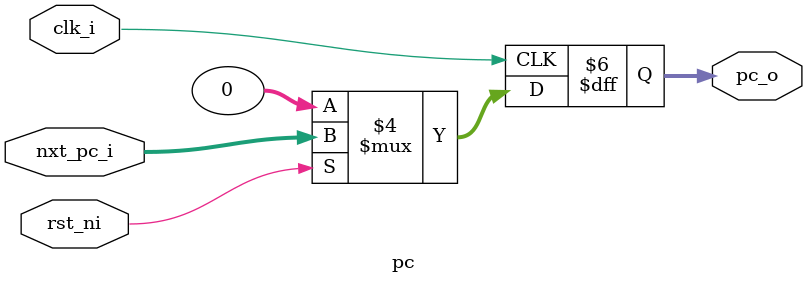
<source format=sv>
module pc(
	input logic [31:0] nxt_pc_i,
	input logic clk_i,
	input logic rst_ni,
	output logic [31:0] pc_o);
	
	always_ff @(posedge clk_i) begin
		if(!rst_ni) 
			pc_o <= 32'b0;
		else
			pc_o <= nxt_pc_i;
	end
endmodule

</source>
